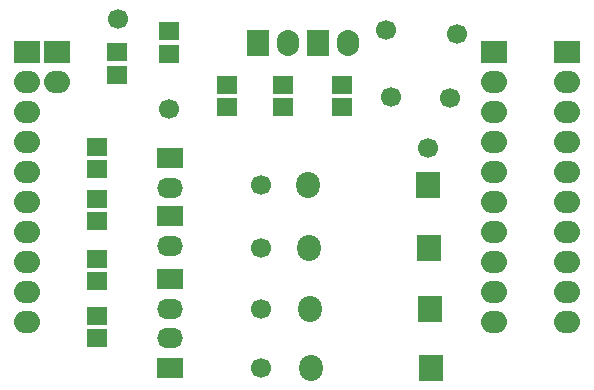
<source format=gbr>
G04 DipTrace 3.3.0.1*
G04 TopMask.gbr*
%MOMM*%
G04 #@! TF.FileFunction,Soldermask,Top*
G04 #@! TF.Part,Single*
%ADD33O,1.9X2.2*%
%ADD35R,1.9X2.2*%
%ADD37C,1.7*%
%ADD39O,2.2X1.9*%
%ADD41R,2.2X1.9*%
%ADD43R,2.2X1.7*%
%ADD45O,2.2X1.7*%
%ADD47O,2.0X2.2*%
%ADD49R,2.0X2.2*%
%ADD51R,1.7X1.5*%
%FSLAX35Y35*%
G04*
G71*
G90*
G75*
G01*
G04 TopMask*
%LPD*%
D51*
X2330000Y3920000D3*
Y3730000D3*
X2770000Y4100000D3*
Y3910000D3*
D49*
X4990000Y1250000D3*
D47*
X3974000D3*
D49*
X4980000Y1750000D3*
D47*
X3964000D3*
D49*
X4976000Y2260000D3*
D47*
X3960000D3*
D49*
X4966000Y2800000D3*
D47*
X3950000D3*
D45*
X2780000Y1500000D3*
D43*
Y1246000D3*
D41*
X1570000Y3923000D3*
D39*
Y3669000D3*
Y3415000D3*
Y3161000D3*
Y2907000D3*
Y2653000D3*
Y2399000D3*
Y2145000D3*
Y1891000D3*
Y1637000D3*
D41*
X6140000Y3923000D3*
D39*
Y3669000D3*
Y3415000D3*
Y3161000D3*
Y2907000D3*
Y2653000D3*
Y2399000D3*
Y2145000D3*
Y1891000D3*
Y1637000D3*
D41*
X1824000Y3923000D3*
D39*
Y3669000D3*
D41*
X5520000Y3923000D3*
D39*
Y3669000D3*
Y3415000D3*
Y3161000D3*
Y2907000D3*
Y2653000D3*
Y2399000D3*
Y2145000D3*
Y1891000D3*
Y1637000D3*
D45*
X2780000Y2280000D3*
D43*
Y2534000D3*
D51*
X4235000Y3455000D3*
Y3645000D3*
X3735000D3*
Y3455000D3*
X3265000D3*
Y3645000D3*
X2160000Y1500000D3*
Y1690000D3*
Y1980000D3*
Y2170000D3*
Y2490000D3*
Y2680000D3*
Y2930000D3*
Y3120000D3*
D45*
X2780000Y2770000D3*
D43*
Y3024000D3*
D37*
X2770000Y3440000D3*
X2340000Y4200000D3*
X4610000Y4110000D3*
X4650000Y3540000D3*
X3550000Y1250000D3*
Y1750000D3*
X4960000Y3110000D3*
X3550000Y2260000D3*
X5150000Y3530000D3*
X3550000Y2800000D3*
X5210000Y4073000D3*
D35*
X3526000Y4003000D3*
D33*
X3780000D3*
D35*
X4034000D3*
D33*
X4288000D3*
D45*
X2780000Y1750000D3*
D43*
Y2004000D3*
M02*

</source>
